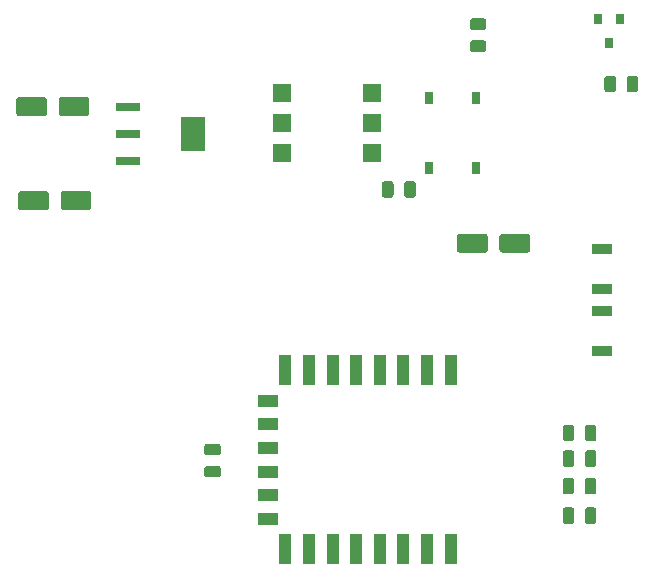
<source format=gbr>
G04 #@! TF.GenerationSoftware,KiCad,Pcbnew,(5.1.5)-3*
G04 #@! TF.CreationDate,2020-09-11T10:44:40-03:00*
G04 #@! TF.ProjectId,HomeTron(kicad),486f6d65-5472-46f6-9e28-6b6963616429,rev?*
G04 #@! TF.SameCoordinates,Original*
G04 #@! TF.FileFunction,Paste,Bot*
G04 #@! TF.FilePolarity,Positive*
%FSLAX46Y46*%
G04 Gerber Fmt 4.6, Leading zero omitted, Abs format (unit mm)*
G04 Created by KiCad (PCBNEW (5.1.5)-3) date 2020-09-11 10:44:40*
%MOMM*%
%LPD*%
G04 APERTURE LIST*
%ADD10R,1.700000X0.900000*%
%ADD11R,1.600000X1.600000*%
%ADD12R,2.000000X3.000000*%
%ADD13R,2.000000X0.750000*%
%ADD14R,1.000000X2.500000*%
%ADD15R,1.800000X1.000000*%
%ADD16C,0.100000*%
%ADD17R,0.800000X0.900000*%
%ADD18R,0.700000X1.000000*%
G04 APERTURE END LIST*
D10*
X64109600Y-37463200D03*
X64109600Y-34063200D03*
X64109600Y-39300680D03*
X64109600Y-42700680D03*
D11*
X37020500Y-20853400D03*
X44640500Y-25933400D03*
X37020500Y-23393400D03*
X44640500Y-23393400D03*
X37020500Y-25933400D03*
X44640500Y-20853400D03*
D12*
X29448000Y-24296300D03*
D13*
X23998000Y-21996300D03*
X23998000Y-24296300D03*
X23998000Y-26596300D03*
D14*
X51290100Y-44279500D03*
X49290100Y-44279500D03*
X47290100Y-44279500D03*
X45290100Y-44279500D03*
X43290100Y-44279500D03*
X41290100Y-44279500D03*
X39290100Y-44279500D03*
X37290100Y-44279500D03*
D15*
X35790100Y-46879500D03*
X35790100Y-48879500D03*
X35790100Y-50879500D03*
X35790100Y-52879500D03*
X35790100Y-54879500D03*
X35790100Y-56879500D03*
D14*
X37290100Y-59479500D03*
X39290100Y-59479500D03*
X41290100Y-59479500D03*
X43290100Y-59479500D03*
X45290100Y-59479500D03*
X47290100Y-59479500D03*
X49290100Y-59479500D03*
X51290100Y-59479500D03*
D16*
G36*
X61534742Y-48920074D02*
G01*
X61558403Y-48923584D01*
X61581607Y-48929396D01*
X61604129Y-48937454D01*
X61625753Y-48947682D01*
X61646270Y-48959979D01*
X61665483Y-48974229D01*
X61683207Y-48990293D01*
X61699271Y-49008017D01*
X61713521Y-49027230D01*
X61725818Y-49047747D01*
X61736046Y-49069371D01*
X61744104Y-49091893D01*
X61749916Y-49115097D01*
X61753426Y-49138758D01*
X61754600Y-49162650D01*
X61754600Y-50075150D01*
X61753426Y-50099042D01*
X61749916Y-50122703D01*
X61744104Y-50145907D01*
X61736046Y-50168429D01*
X61725818Y-50190053D01*
X61713521Y-50210570D01*
X61699271Y-50229783D01*
X61683207Y-50247507D01*
X61665483Y-50263571D01*
X61646270Y-50277821D01*
X61625753Y-50290118D01*
X61604129Y-50300346D01*
X61581607Y-50308404D01*
X61558403Y-50314216D01*
X61534742Y-50317726D01*
X61510850Y-50318900D01*
X61023350Y-50318900D01*
X60999458Y-50317726D01*
X60975797Y-50314216D01*
X60952593Y-50308404D01*
X60930071Y-50300346D01*
X60908447Y-50290118D01*
X60887930Y-50277821D01*
X60868717Y-50263571D01*
X60850993Y-50247507D01*
X60834929Y-50229783D01*
X60820679Y-50210570D01*
X60808382Y-50190053D01*
X60798154Y-50168429D01*
X60790096Y-50145907D01*
X60784284Y-50122703D01*
X60780774Y-50099042D01*
X60779600Y-50075150D01*
X60779600Y-49162650D01*
X60780774Y-49138758D01*
X60784284Y-49115097D01*
X60790096Y-49091893D01*
X60798154Y-49069371D01*
X60808382Y-49047747D01*
X60820679Y-49027230D01*
X60834929Y-49008017D01*
X60850993Y-48990293D01*
X60868717Y-48974229D01*
X60887930Y-48959979D01*
X60908447Y-48947682D01*
X60930071Y-48937454D01*
X60952593Y-48929396D01*
X60975797Y-48923584D01*
X60999458Y-48920074D01*
X61023350Y-48918900D01*
X61510850Y-48918900D01*
X61534742Y-48920074D01*
G37*
G36*
X63409742Y-48920074D02*
G01*
X63433403Y-48923584D01*
X63456607Y-48929396D01*
X63479129Y-48937454D01*
X63500753Y-48947682D01*
X63521270Y-48959979D01*
X63540483Y-48974229D01*
X63558207Y-48990293D01*
X63574271Y-49008017D01*
X63588521Y-49027230D01*
X63600818Y-49047747D01*
X63611046Y-49069371D01*
X63619104Y-49091893D01*
X63624916Y-49115097D01*
X63628426Y-49138758D01*
X63629600Y-49162650D01*
X63629600Y-50075150D01*
X63628426Y-50099042D01*
X63624916Y-50122703D01*
X63619104Y-50145907D01*
X63611046Y-50168429D01*
X63600818Y-50190053D01*
X63588521Y-50210570D01*
X63574271Y-50229783D01*
X63558207Y-50247507D01*
X63540483Y-50263571D01*
X63521270Y-50277821D01*
X63500753Y-50290118D01*
X63479129Y-50300346D01*
X63456607Y-50308404D01*
X63433403Y-50314216D01*
X63409742Y-50317726D01*
X63385850Y-50318900D01*
X62898350Y-50318900D01*
X62874458Y-50317726D01*
X62850797Y-50314216D01*
X62827593Y-50308404D01*
X62805071Y-50300346D01*
X62783447Y-50290118D01*
X62762930Y-50277821D01*
X62743717Y-50263571D01*
X62725993Y-50247507D01*
X62709929Y-50229783D01*
X62695679Y-50210570D01*
X62683382Y-50190053D01*
X62673154Y-50168429D01*
X62665096Y-50145907D01*
X62659284Y-50122703D01*
X62655774Y-50099042D01*
X62654600Y-50075150D01*
X62654600Y-49162650D01*
X62655774Y-49138758D01*
X62659284Y-49115097D01*
X62665096Y-49091893D01*
X62673154Y-49069371D01*
X62683382Y-49047747D01*
X62695679Y-49027230D01*
X62709929Y-49008017D01*
X62725993Y-48990293D01*
X62743717Y-48974229D01*
X62762930Y-48959979D01*
X62783447Y-48947682D01*
X62805071Y-48937454D01*
X62827593Y-48929396D01*
X62850797Y-48923584D01*
X62874458Y-48920074D01*
X62898350Y-48918900D01*
X63385850Y-48918900D01*
X63409742Y-48920074D01*
G37*
G36*
X46231242Y-28295274D02*
G01*
X46254903Y-28298784D01*
X46278107Y-28304596D01*
X46300629Y-28312654D01*
X46322253Y-28322882D01*
X46342770Y-28335179D01*
X46361983Y-28349429D01*
X46379707Y-28365493D01*
X46395771Y-28383217D01*
X46410021Y-28402430D01*
X46422318Y-28422947D01*
X46432546Y-28444571D01*
X46440604Y-28467093D01*
X46446416Y-28490297D01*
X46449926Y-28513958D01*
X46451100Y-28537850D01*
X46451100Y-29450350D01*
X46449926Y-29474242D01*
X46446416Y-29497903D01*
X46440604Y-29521107D01*
X46432546Y-29543629D01*
X46422318Y-29565253D01*
X46410021Y-29585770D01*
X46395771Y-29604983D01*
X46379707Y-29622707D01*
X46361983Y-29638771D01*
X46342770Y-29653021D01*
X46322253Y-29665318D01*
X46300629Y-29675546D01*
X46278107Y-29683604D01*
X46254903Y-29689416D01*
X46231242Y-29692926D01*
X46207350Y-29694100D01*
X45719850Y-29694100D01*
X45695958Y-29692926D01*
X45672297Y-29689416D01*
X45649093Y-29683604D01*
X45626571Y-29675546D01*
X45604947Y-29665318D01*
X45584430Y-29653021D01*
X45565217Y-29638771D01*
X45547493Y-29622707D01*
X45531429Y-29604983D01*
X45517179Y-29585770D01*
X45504882Y-29565253D01*
X45494654Y-29543629D01*
X45486596Y-29521107D01*
X45480784Y-29497903D01*
X45477274Y-29474242D01*
X45476100Y-29450350D01*
X45476100Y-28537850D01*
X45477274Y-28513958D01*
X45480784Y-28490297D01*
X45486596Y-28467093D01*
X45494654Y-28444571D01*
X45504882Y-28422947D01*
X45517179Y-28402430D01*
X45531429Y-28383217D01*
X45547493Y-28365493D01*
X45565217Y-28349429D01*
X45584430Y-28335179D01*
X45604947Y-28322882D01*
X45626571Y-28312654D01*
X45649093Y-28304596D01*
X45672297Y-28298784D01*
X45695958Y-28295274D01*
X45719850Y-28294100D01*
X46207350Y-28294100D01*
X46231242Y-28295274D01*
G37*
G36*
X48106242Y-28295274D02*
G01*
X48129903Y-28298784D01*
X48153107Y-28304596D01*
X48175629Y-28312654D01*
X48197253Y-28322882D01*
X48217770Y-28335179D01*
X48236983Y-28349429D01*
X48254707Y-28365493D01*
X48270771Y-28383217D01*
X48285021Y-28402430D01*
X48297318Y-28422947D01*
X48307546Y-28444571D01*
X48315604Y-28467093D01*
X48321416Y-28490297D01*
X48324926Y-28513958D01*
X48326100Y-28537850D01*
X48326100Y-29450350D01*
X48324926Y-29474242D01*
X48321416Y-29497903D01*
X48315604Y-29521107D01*
X48307546Y-29543629D01*
X48297318Y-29565253D01*
X48285021Y-29585770D01*
X48270771Y-29604983D01*
X48254707Y-29622707D01*
X48236983Y-29638771D01*
X48217770Y-29653021D01*
X48197253Y-29665318D01*
X48175629Y-29675546D01*
X48153107Y-29683604D01*
X48129903Y-29689416D01*
X48106242Y-29692926D01*
X48082350Y-29694100D01*
X47594850Y-29694100D01*
X47570958Y-29692926D01*
X47547297Y-29689416D01*
X47524093Y-29683604D01*
X47501571Y-29675546D01*
X47479947Y-29665318D01*
X47459430Y-29653021D01*
X47440217Y-29638771D01*
X47422493Y-29622707D01*
X47406429Y-29604983D01*
X47392179Y-29585770D01*
X47379882Y-29565253D01*
X47369654Y-29543629D01*
X47361596Y-29521107D01*
X47355784Y-29497903D01*
X47352274Y-29474242D01*
X47351100Y-29450350D01*
X47351100Y-28537850D01*
X47352274Y-28513958D01*
X47355784Y-28490297D01*
X47361596Y-28467093D01*
X47369654Y-28444571D01*
X47379882Y-28422947D01*
X47392179Y-28402430D01*
X47406429Y-28383217D01*
X47422493Y-28365493D01*
X47440217Y-28349429D01*
X47459430Y-28335179D01*
X47479947Y-28322882D01*
X47501571Y-28312654D01*
X47524093Y-28304596D01*
X47547297Y-28298784D01*
X47570958Y-28295274D01*
X47594850Y-28294100D01*
X48082350Y-28294100D01*
X48106242Y-28295274D01*
G37*
G36*
X65060262Y-19387494D02*
G01*
X65083923Y-19391004D01*
X65107127Y-19396816D01*
X65129649Y-19404874D01*
X65151273Y-19415102D01*
X65171790Y-19427399D01*
X65191003Y-19441649D01*
X65208727Y-19457713D01*
X65224791Y-19475437D01*
X65239041Y-19494650D01*
X65251338Y-19515167D01*
X65261566Y-19536791D01*
X65269624Y-19559313D01*
X65275436Y-19582517D01*
X65278946Y-19606178D01*
X65280120Y-19630070D01*
X65280120Y-20542570D01*
X65278946Y-20566462D01*
X65275436Y-20590123D01*
X65269624Y-20613327D01*
X65261566Y-20635849D01*
X65251338Y-20657473D01*
X65239041Y-20677990D01*
X65224791Y-20697203D01*
X65208727Y-20714927D01*
X65191003Y-20730991D01*
X65171790Y-20745241D01*
X65151273Y-20757538D01*
X65129649Y-20767766D01*
X65107127Y-20775824D01*
X65083923Y-20781636D01*
X65060262Y-20785146D01*
X65036370Y-20786320D01*
X64548870Y-20786320D01*
X64524978Y-20785146D01*
X64501317Y-20781636D01*
X64478113Y-20775824D01*
X64455591Y-20767766D01*
X64433967Y-20757538D01*
X64413450Y-20745241D01*
X64394237Y-20730991D01*
X64376513Y-20714927D01*
X64360449Y-20697203D01*
X64346199Y-20677990D01*
X64333902Y-20657473D01*
X64323674Y-20635849D01*
X64315616Y-20613327D01*
X64309804Y-20590123D01*
X64306294Y-20566462D01*
X64305120Y-20542570D01*
X64305120Y-19630070D01*
X64306294Y-19606178D01*
X64309804Y-19582517D01*
X64315616Y-19559313D01*
X64323674Y-19536791D01*
X64333902Y-19515167D01*
X64346199Y-19494650D01*
X64360449Y-19475437D01*
X64376513Y-19457713D01*
X64394237Y-19441649D01*
X64413450Y-19427399D01*
X64433967Y-19415102D01*
X64455591Y-19404874D01*
X64478113Y-19396816D01*
X64501317Y-19391004D01*
X64524978Y-19387494D01*
X64548870Y-19386320D01*
X65036370Y-19386320D01*
X65060262Y-19387494D01*
G37*
G36*
X66935262Y-19387494D02*
G01*
X66958923Y-19391004D01*
X66982127Y-19396816D01*
X67004649Y-19404874D01*
X67026273Y-19415102D01*
X67046790Y-19427399D01*
X67066003Y-19441649D01*
X67083727Y-19457713D01*
X67099791Y-19475437D01*
X67114041Y-19494650D01*
X67126338Y-19515167D01*
X67136566Y-19536791D01*
X67144624Y-19559313D01*
X67150436Y-19582517D01*
X67153946Y-19606178D01*
X67155120Y-19630070D01*
X67155120Y-20542570D01*
X67153946Y-20566462D01*
X67150436Y-20590123D01*
X67144624Y-20613327D01*
X67136566Y-20635849D01*
X67126338Y-20657473D01*
X67114041Y-20677990D01*
X67099791Y-20697203D01*
X67083727Y-20714927D01*
X67066003Y-20730991D01*
X67046790Y-20745241D01*
X67026273Y-20757538D01*
X67004649Y-20767766D01*
X66982127Y-20775824D01*
X66958923Y-20781636D01*
X66935262Y-20785146D01*
X66911370Y-20786320D01*
X66423870Y-20786320D01*
X66399978Y-20785146D01*
X66376317Y-20781636D01*
X66353113Y-20775824D01*
X66330591Y-20767766D01*
X66308967Y-20757538D01*
X66288450Y-20745241D01*
X66269237Y-20730991D01*
X66251513Y-20714927D01*
X66235449Y-20697203D01*
X66221199Y-20677990D01*
X66208902Y-20657473D01*
X66198674Y-20635849D01*
X66190616Y-20613327D01*
X66184804Y-20590123D01*
X66181294Y-20566462D01*
X66180120Y-20542570D01*
X66180120Y-19630070D01*
X66181294Y-19606178D01*
X66184804Y-19582517D01*
X66190616Y-19559313D01*
X66198674Y-19536791D01*
X66208902Y-19515167D01*
X66221199Y-19494650D01*
X66235449Y-19475437D01*
X66251513Y-19457713D01*
X66269237Y-19441649D01*
X66288450Y-19427399D01*
X66308967Y-19415102D01*
X66330591Y-19404874D01*
X66353113Y-19396816D01*
X66376317Y-19391004D01*
X66399978Y-19387494D01*
X66423870Y-19386320D01*
X66911370Y-19386320D01*
X66935262Y-19387494D01*
G37*
G36*
X63409742Y-51079074D02*
G01*
X63433403Y-51082584D01*
X63456607Y-51088396D01*
X63479129Y-51096454D01*
X63500753Y-51106682D01*
X63521270Y-51118979D01*
X63540483Y-51133229D01*
X63558207Y-51149293D01*
X63574271Y-51167017D01*
X63588521Y-51186230D01*
X63600818Y-51206747D01*
X63611046Y-51228371D01*
X63619104Y-51250893D01*
X63624916Y-51274097D01*
X63628426Y-51297758D01*
X63629600Y-51321650D01*
X63629600Y-52234150D01*
X63628426Y-52258042D01*
X63624916Y-52281703D01*
X63619104Y-52304907D01*
X63611046Y-52327429D01*
X63600818Y-52349053D01*
X63588521Y-52369570D01*
X63574271Y-52388783D01*
X63558207Y-52406507D01*
X63540483Y-52422571D01*
X63521270Y-52436821D01*
X63500753Y-52449118D01*
X63479129Y-52459346D01*
X63456607Y-52467404D01*
X63433403Y-52473216D01*
X63409742Y-52476726D01*
X63385850Y-52477900D01*
X62898350Y-52477900D01*
X62874458Y-52476726D01*
X62850797Y-52473216D01*
X62827593Y-52467404D01*
X62805071Y-52459346D01*
X62783447Y-52449118D01*
X62762930Y-52436821D01*
X62743717Y-52422571D01*
X62725993Y-52406507D01*
X62709929Y-52388783D01*
X62695679Y-52369570D01*
X62683382Y-52349053D01*
X62673154Y-52327429D01*
X62665096Y-52304907D01*
X62659284Y-52281703D01*
X62655774Y-52258042D01*
X62654600Y-52234150D01*
X62654600Y-51321650D01*
X62655774Y-51297758D01*
X62659284Y-51274097D01*
X62665096Y-51250893D01*
X62673154Y-51228371D01*
X62683382Y-51206747D01*
X62695679Y-51186230D01*
X62709929Y-51167017D01*
X62725993Y-51149293D01*
X62743717Y-51133229D01*
X62762930Y-51118979D01*
X62783447Y-51106682D01*
X62805071Y-51096454D01*
X62827593Y-51088396D01*
X62850797Y-51082584D01*
X62874458Y-51079074D01*
X62898350Y-51077900D01*
X63385850Y-51077900D01*
X63409742Y-51079074D01*
G37*
G36*
X61534742Y-51079074D02*
G01*
X61558403Y-51082584D01*
X61581607Y-51088396D01*
X61604129Y-51096454D01*
X61625753Y-51106682D01*
X61646270Y-51118979D01*
X61665483Y-51133229D01*
X61683207Y-51149293D01*
X61699271Y-51167017D01*
X61713521Y-51186230D01*
X61725818Y-51206747D01*
X61736046Y-51228371D01*
X61744104Y-51250893D01*
X61749916Y-51274097D01*
X61753426Y-51297758D01*
X61754600Y-51321650D01*
X61754600Y-52234150D01*
X61753426Y-52258042D01*
X61749916Y-52281703D01*
X61744104Y-52304907D01*
X61736046Y-52327429D01*
X61725818Y-52349053D01*
X61713521Y-52369570D01*
X61699271Y-52388783D01*
X61683207Y-52406507D01*
X61665483Y-52422571D01*
X61646270Y-52436821D01*
X61625753Y-52449118D01*
X61604129Y-52459346D01*
X61581607Y-52467404D01*
X61558403Y-52473216D01*
X61534742Y-52476726D01*
X61510850Y-52477900D01*
X61023350Y-52477900D01*
X60999458Y-52476726D01*
X60975797Y-52473216D01*
X60952593Y-52467404D01*
X60930071Y-52459346D01*
X60908447Y-52449118D01*
X60887930Y-52436821D01*
X60868717Y-52422571D01*
X60850993Y-52406507D01*
X60834929Y-52388783D01*
X60820679Y-52369570D01*
X60808382Y-52349053D01*
X60798154Y-52327429D01*
X60790096Y-52304907D01*
X60784284Y-52281703D01*
X60780774Y-52258042D01*
X60779600Y-52234150D01*
X60779600Y-51321650D01*
X60780774Y-51297758D01*
X60784284Y-51274097D01*
X60790096Y-51250893D01*
X60798154Y-51228371D01*
X60808382Y-51206747D01*
X60820679Y-51186230D01*
X60834929Y-51167017D01*
X60850993Y-51149293D01*
X60868717Y-51133229D01*
X60887930Y-51118979D01*
X60908447Y-51106682D01*
X60930071Y-51096454D01*
X60952593Y-51088396D01*
X60975797Y-51082584D01*
X60999458Y-51079074D01*
X61023350Y-51077900D01*
X61510850Y-51077900D01*
X61534742Y-51079074D01*
G37*
G36*
X31607842Y-52406874D02*
G01*
X31631503Y-52410384D01*
X31654707Y-52416196D01*
X31677229Y-52424254D01*
X31698853Y-52434482D01*
X31719370Y-52446779D01*
X31738583Y-52461029D01*
X31756307Y-52477093D01*
X31772371Y-52494817D01*
X31786621Y-52514030D01*
X31798918Y-52534547D01*
X31809146Y-52556171D01*
X31817204Y-52578693D01*
X31823016Y-52601897D01*
X31826526Y-52625558D01*
X31827700Y-52649450D01*
X31827700Y-53136950D01*
X31826526Y-53160842D01*
X31823016Y-53184503D01*
X31817204Y-53207707D01*
X31809146Y-53230229D01*
X31798918Y-53251853D01*
X31786621Y-53272370D01*
X31772371Y-53291583D01*
X31756307Y-53309307D01*
X31738583Y-53325371D01*
X31719370Y-53339621D01*
X31698853Y-53351918D01*
X31677229Y-53362146D01*
X31654707Y-53370204D01*
X31631503Y-53376016D01*
X31607842Y-53379526D01*
X31583950Y-53380700D01*
X30671450Y-53380700D01*
X30647558Y-53379526D01*
X30623897Y-53376016D01*
X30600693Y-53370204D01*
X30578171Y-53362146D01*
X30556547Y-53351918D01*
X30536030Y-53339621D01*
X30516817Y-53325371D01*
X30499093Y-53309307D01*
X30483029Y-53291583D01*
X30468779Y-53272370D01*
X30456482Y-53251853D01*
X30446254Y-53230229D01*
X30438196Y-53207707D01*
X30432384Y-53184503D01*
X30428874Y-53160842D01*
X30427700Y-53136950D01*
X30427700Y-52649450D01*
X30428874Y-52625558D01*
X30432384Y-52601897D01*
X30438196Y-52578693D01*
X30446254Y-52556171D01*
X30456482Y-52534547D01*
X30468779Y-52514030D01*
X30483029Y-52494817D01*
X30499093Y-52477093D01*
X30516817Y-52461029D01*
X30536030Y-52446779D01*
X30556547Y-52434482D01*
X30578171Y-52424254D01*
X30600693Y-52416196D01*
X30623897Y-52410384D01*
X30647558Y-52406874D01*
X30671450Y-52405700D01*
X31583950Y-52405700D01*
X31607842Y-52406874D01*
G37*
G36*
X31607842Y-50531874D02*
G01*
X31631503Y-50535384D01*
X31654707Y-50541196D01*
X31677229Y-50549254D01*
X31698853Y-50559482D01*
X31719370Y-50571779D01*
X31738583Y-50586029D01*
X31756307Y-50602093D01*
X31772371Y-50619817D01*
X31786621Y-50639030D01*
X31798918Y-50659547D01*
X31809146Y-50681171D01*
X31817204Y-50703693D01*
X31823016Y-50726897D01*
X31826526Y-50750558D01*
X31827700Y-50774450D01*
X31827700Y-51261950D01*
X31826526Y-51285842D01*
X31823016Y-51309503D01*
X31817204Y-51332707D01*
X31809146Y-51355229D01*
X31798918Y-51376853D01*
X31786621Y-51397370D01*
X31772371Y-51416583D01*
X31756307Y-51434307D01*
X31738583Y-51450371D01*
X31719370Y-51464621D01*
X31698853Y-51476918D01*
X31677229Y-51487146D01*
X31654707Y-51495204D01*
X31631503Y-51501016D01*
X31607842Y-51504526D01*
X31583950Y-51505700D01*
X30671450Y-51505700D01*
X30647558Y-51504526D01*
X30623897Y-51501016D01*
X30600693Y-51495204D01*
X30578171Y-51487146D01*
X30556547Y-51476918D01*
X30536030Y-51464621D01*
X30516817Y-51450371D01*
X30499093Y-51434307D01*
X30483029Y-51416583D01*
X30468779Y-51397370D01*
X30456482Y-51376853D01*
X30446254Y-51355229D01*
X30438196Y-51332707D01*
X30432384Y-51309503D01*
X30428874Y-51285842D01*
X30427700Y-51261950D01*
X30427700Y-50774450D01*
X30428874Y-50750558D01*
X30432384Y-50726897D01*
X30438196Y-50703693D01*
X30446254Y-50681171D01*
X30456482Y-50659547D01*
X30468779Y-50639030D01*
X30483029Y-50619817D01*
X30499093Y-50602093D01*
X30516817Y-50586029D01*
X30536030Y-50571779D01*
X30556547Y-50559482D01*
X30578171Y-50549254D01*
X30600693Y-50541196D01*
X30623897Y-50535384D01*
X30647558Y-50531874D01*
X30671450Y-50530700D01*
X31583950Y-50530700D01*
X31607842Y-50531874D01*
G37*
G36*
X63397042Y-53415874D02*
G01*
X63420703Y-53419384D01*
X63443907Y-53425196D01*
X63466429Y-53433254D01*
X63488053Y-53443482D01*
X63508570Y-53455779D01*
X63527783Y-53470029D01*
X63545507Y-53486093D01*
X63561571Y-53503817D01*
X63575821Y-53523030D01*
X63588118Y-53543547D01*
X63598346Y-53565171D01*
X63606404Y-53587693D01*
X63612216Y-53610897D01*
X63615726Y-53634558D01*
X63616900Y-53658450D01*
X63616900Y-54570950D01*
X63615726Y-54594842D01*
X63612216Y-54618503D01*
X63606404Y-54641707D01*
X63598346Y-54664229D01*
X63588118Y-54685853D01*
X63575821Y-54706370D01*
X63561571Y-54725583D01*
X63545507Y-54743307D01*
X63527783Y-54759371D01*
X63508570Y-54773621D01*
X63488053Y-54785918D01*
X63466429Y-54796146D01*
X63443907Y-54804204D01*
X63420703Y-54810016D01*
X63397042Y-54813526D01*
X63373150Y-54814700D01*
X62885650Y-54814700D01*
X62861758Y-54813526D01*
X62838097Y-54810016D01*
X62814893Y-54804204D01*
X62792371Y-54796146D01*
X62770747Y-54785918D01*
X62750230Y-54773621D01*
X62731017Y-54759371D01*
X62713293Y-54743307D01*
X62697229Y-54725583D01*
X62682979Y-54706370D01*
X62670682Y-54685853D01*
X62660454Y-54664229D01*
X62652396Y-54641707D01*
X62646584Y-54618503D01*
X62643074Y-54594842D01*
X62641900Y-54570950D01*
X62641900Y-53658450D01*
X62643074Y-53634558D01*
X62646584Y-53610897D01*
X62652396Y-53587693D01*
X62660454Y-53565171D01*
X62670682Y-53543547D01*
X62682979Y-53523030D01*
X62697229Y-53503817D01*
X62713293Y-53486093D01*
X62731017Y-53470029D01*
X62750230Y-53455779D01*
X62770747Y-53443482D01*
X62792371Y-53433254D01*
X62814893Y-53425196D01*
X62838097Y-53419384D01*
X62861758Y-53415874D01*
X62885650Y-53414700D01*
X63373150Y-53414700D01*
X63397042Y-53415874D01*
G37*
G36*
X61522042Y-53415874D02*
G01*
X61545703Y-53419384D01*
X61568907Y-53425196D01*
X61591429Y-53433254D01*
X61613053Y-53443482D01*
X61633570Y-53455779D01*
X61652783Y-53470029D01*
X61670507Y-53486093D01*
X61686571Y-53503817D01*
X61700821Y-53523030D01*
X61713118Y-53543547D01*
X61723346Y-53565171D01*
X61731404Y-53587693D01*
X61737216Y-53610897D01*
X61740726Y-53634558D01*
X61741900Y-53658450D01*
X61741900Y-54570950D01*
X61740726Y-54594842D01*
X61737216Y-54618503D01*
X61731404Y-54641707D01*
X61723346Y-54664229D01*
X61713118Y-54685853D01*
X61700821Y-54706370D01*
X61686571Y-54725583D01*
X61670507Y-54743307D01*
X61652783Y-54759371D01*
X61633570Y-54773621D01*
X61613053Y-54785918D01*
X61591429Y-54796146D01*
X61568907Y-54804204D01*
X61545703Y-54810016D01*
X61522042Y-54813526D01*
X61498150Y-54814700D01*
X61010650Y-54814700D01*
X60986758Y-54813526D01*
X60963097Y-54810016D01*
X60939893Y-54804204D01*
X60917371Y-54796146D01*
X60895747Y-54785918D01*
X60875230Y-54773621D01*
X60856017Y-54759371D01*
X60838293Y-54743307D01*
X60822229Y-54725583D01*
X60807979Y-54706370D01*
X60795682Y-54685853D01*
X60785454Y-54664229D01*
X60777396Y-54641707D01*
X60771584Y-54618503D01*
X60768074Y-54594842D01*
X60766900Y-54570950D01*
X60766900Y-53658450D01*
X60768074Y-53634558D01*
X60771584Y-53610897D01*
X60777396Y-53587693D01*
X60785454Y-53565171D01*
X60795682Y-53543547D01*
X60807979Y-53523030D01*
X60822229Y-53503817D01*
X60838293Y-53486093D01*
X60856017Y-53470029D01*
X60875230Y-53455779D01*
X60895747Y-53443482D01*
X60917371Y-53433254D01*
X60939893Y-53425196D01*
X60963097Y-53419384D01*
X60986758Y-53415874D01*
X61010650Y-53414700D01*
X61498150Y-53414700D01*
X61522042Y-53415874D01*
G37*
G36*
X63409742Y-55917774D02*
G01*
X63433403Y-55921284D01*
X63456607Y-55927096D01*
X63479129Y-55935154D01*
X63500753Y-55945382D01*
X63521270Y-55957679D01*
X63540483Y-55971929D01*
X63558207Y-55987993D01*
X63574271Y-56005717D01*
X63588521Y-56024930D01*
X63600818Y-56045447D01*
X63611046Y-56067071D01*
X63619104Y-56089593D01*
X63624916Y-56112797D01*
X63628426Y-56136458D01*
X63629600Y-56160350D01*
X63629600Y-57072850D01*
X63628426Y-57096742D01*
X63624916Y-57120403D01*
X63619104Y-57143607D01*
X63611046Y-57166129D01*
X63600818Y-57187753D01*
X63588521Y-57208270D01*
X63574271Y-57227483D01*
X63558207Y-57245207D01*
X63540483Y-57261271D01*
X63521270Y-57275521D01*
X63500753Y-57287818D01*
X63479129Y-57298046D01*
X63456607Y-57306104D01*
X63433403Y-57311916D01*
X63409742Y-57315426D01*
X63385850Y-57316600D01*
X62898350Y-57316600D01*
X62874458Y-57315426D01*
X62850797Y-57311916D01*
X62827593Y-57306104D01*
X62805071Y-57298046D01*
X62783447Y-57287818D01*
X62762930Y-57275521D01*
X62743717Y-57261271D01*
X62725993Y-57245207D01*
X62709929Y-57227483D01*
X62695679Y-57208270D01*
X62683382Y-57187753D01*
X62673154Y-57166129D01*
X62665096Y-57143607D01*
X62659284Y-57120403D01*
X62655774Y-57096742D01*
X62654600Y-57072850D01*
X62654600Y-56160350D01*
X62655774Y-56136458D01*
X62659284Y-56112797D01*
X62665096Y-56089593D01*
X62673154Y-56067071D01*
X62683382Y-56045447D01*
X62695679Y-56024930D01*
X62709929Y-56005717D01*
X62725993Y-55987993D01*
X62743717Y-55971929D01*
X62762930Y-55957679D01*
X62783447Y-55945382D01*
X62805071Y-55935154D01*
X62827593Y-55927096D01*
X62850797Y-55921284D01*
X62874458Y-55917774D01*
X62898350Y-55916600D01*
X63385850Y-55916600D01*
X63409742Y-55917774D01*
G37*
G36*
X61534742Y-55917774D02*
G01*
X61558403Y-55921284D01*
X61581607Y-55927096D01*
X61604129Y-55935154D01*
X61625753Y-55945382D01*
X61646270Y-55957679D01*
X61665483Y-55971929D01*
X61683207Y-55987993D01*
X61699271Y-56005717D01*
X61713521Y-56024930D01*
X61725818Y-56045447D01*
X61736046Y-56067071D01*
X61744104Y-56089593D01*
X61749916Y-56112797D01*
X61753426Y-56136458D01*
X61754600Y-56160350D01*
X61754600Y-57072850D01*
X61753426Y-57096742D01*
X61749916Y-57120403D01*
X61744104Y-57143607D01*
X61736046Y-57166129D01*
X61725818Y-57187753D01*
X61713521Y-57208270D01*
X61699271Y-57227483D01*
X61683207Y-57245207D01*
X61665483Y-57261271D01*
X61646270Y-57275521D01*
X61625753Y-57287818D01*
X61604129Y-57298046D01*
X61581607Y-57306104D01*
X61558403Y-57311916D01*
X61534742Y-57315426D01*
X61510850Y-57316600D01*
X61023350Y-57316600D01*
X60999458Y-57315426D01*
X60975797Y-57311916D01*
X60952593Y-57306104D01*
X60930071Y-57298046D01*
X60908447Y-57287818D01*
X60887930Y-57275521D01*
X60868717Y-57261271D01*
X60850993Y-57245207D01*
X60834929Y-57227483D01*
X60820679Y-57208270D01*
X60808382Y-57187753D01*
X60798154Y-57166129D01*
X60790096Y-57143607D01*
X60784284Y-57120403D01*
X60780774Y-57096742D01*
X60779600Y-57072850D01*
X60779600Y-56160350D01*
X60780774Y-56136458D01*
X60784284Y-56112797D01*
X60790096Y-56089593D01*
X60798154Y-56067071D01*
X60808382Y-56045447D01*
X60820679Y-56024930D01*
X60834929Y-56005717D01*
X60850993Y-55987993D01*
X60868717Y-55971929D01*
X60887930Y-55957679D01*
X60908447Y-55945382D01*
X60930071Y-55935154D01*
X60952593Y-55927096D01*
X60975797Y-55921284D01*
X60999458Y-55917774D01*
X61023350Y-55916600D01*
X61510850Y-55916600D01*
X61534742Y-55917774D01*
G37*
D17*
X64673480Y-16580360D03*
X65623480Y-14580360D03*
X63723480Y-14580360D03*
D18*
X53447700Y-21269300D03*
X49447700Y-21269300D03*
X49447700Y-27219300D03*
X53447700Y-27219300D03*
D16*
G36*
X54099542Y-16382054D02*
G01*
X54123203Y-16385564D01*
X54146407Y-16391376D01*
X54168929Y-16399434D01*
X54190553Y-16409662D01*
X54211070Y-16421959D01*
X54230283Y-16436209D01*
X54248007Y-16452273D01*
X54264071Y-16469997D01*
X54278321Y-16489210D01*
X54290618Y-16509727D01*
X54300846Y-16531351D01*
X54308904Y-16553873D01*
X54314716Y-16577077D01*
X54318226Y-16600738D01*
X54319400Y-16624630D01*
X54319400Y-17112130D01*
X54318226Y-17136022D01*
X54314716Y-17159683D01*
X54308904Y-17182887D01*
X54300846Y-17205409D01*
X54290618Y-17227033D01*
X54278321Y-17247550D01*
X54264071Y-17266763D01*
X54248007Y-17284487D01*
X54230283Y-17300551D01*
X54211070Y-17314801D01*
X54190553Y-17327098D01*
X54168929Y-17337326D01*
X54146407Y-17345384D01*
X54123203Y-17351196D01*
X54099542Y-17354706D01*
X54075650Y-17355880D01*
X53163150Y-17355880D01*
X53139258Y-17354706D01*
X53115597Y-17351196D01*
X53092393Y-17345384D01*
X53069871Y-17337326D01*
X53048247Y-17327098D01*
X53027730Y-17314801D01*
X53008517Y-17300551D01*
X52990793Y-17284487D01*
X52974729Y-17266763D01*
X52960479Y-17247550D01*
X52948182Y-17227033D01*
X52937954Y-17205409D01*
X52929896Y-17182887D01*
X52924084Y-17159683D01*
X52920574Y-17136022D01*
X52919400Y-17112130D01*
X52919400Y-16624630D01*
X52920574Y-16600738D01*
X52924084Y-16577077D01*
X52929896Y-16553873D01*
X52937954Y-16531351D01*
X52948182Y-16509727D01*
X52960479Y-16489210D01*
X52974729Y-16469997D01*
X52990793Y-16452273D01*
X53008517Y-16436209D01*
X53027730Y-16421959D01*
X53048247Y-16409662D01*
X53069871Y-16399434D01*
X53092393Y-16391376D01*
X53115597Y-16385564D01*
X53139258Y-16382054D01*
X53163150Y-16380880D01*
X54075650Y-16380880D01*
X54099542Y-16382054D01*
G37*
G36*
X54099542Y-14507054D02*
G01*
X54123203Y-14510564D01*
X54146407Y-14516376D01*
X54168929Y-14524434D01*
X54190553Y-14534662D01*
X54211070Y-14546959D01*
X54230283Y-14561209D01*
X54248007Y-14577273D01*
X54264071Y-14594997D01*
X54278321Y-14614210D01*
X54290618Y-14634727D01*
X54300846Y-14656351D01*
X54308904Y-14678873D01*
X54314716Y-14702077D01*
X54318226Y-14725738D01*
X54319400Y-14749630D01*
X54319400Y-15237130D01*
X54318226Y-15261022D01*
X54314716Y-15284683D01*
X54308904Y-15307887D01*
X54300846Y-15330409D01*
X54290618Y-15352033D01*
X54278321Y-15372550D01*
X54264071Y-15391763D01*
X54248007Y-15409487D01*
X54230283Y-15425551D01*
X54211070Y-15439801D01*
X54190553Y-15452098D01*
X54168929Y-15462326D01*
X54146407Y-15470384D01*
X54123203Y-15476196D01*
X54099542Y-15479706D01*
X54075650Y-15480880D01*
X53163150Y-15480880D01*
X53139258Y-15479706D01*
X53115597Y-15476196D01*
X53092393Y-15470384D01*
X53069871Y-15462326D01*
X53048247Y-15452098D01*
X53027730Y-15439801D01*
X53008517Y-15425551D01*
X52990793Y-15409487D01*
X52974729Y-15391763D01*
X52960479Y-15372550D01*
X52948182Y-15352033D01*
X52937954Y-15330409D01*
X52929896Y-15307887D01*
X52924084Y-15284683D01*
X52920574Y-15261022D01*
X52919400Y-15237130D01*
X52919400Y-14749630D01*
X52920574Y-14725738D01*
X52924084Y-14702077D01*
X52929896Y-14678873D01*
X52937954Y-14656351D01*
X52948182Y-14634727D01*
X52960479Y-14614210D01*
X52974729Y-14594997D01*
X52990793Y-14577273D01*
X53008517Y-14561209D01*
X53027730Y-14546959D01*
X53048247Y-14534662D01*
X53069871Y-14524434D01*
X53092393Y-14516376D01*
X53115597Y-14510564D01*
X53139258Y-14507054D01*
X53163150Y-14505880D01*
X54075650Y-14505880D01*
X54099542Y-14507054D01*
G37*
G36*
X57794384Y-32744444D02*
G01*
X57818653Y-32748044D01*
X57842451Y-32754005D01*
X57865551Y-32762270D01*
X57887729Y-32772760D01*
X57908773Y-32785373D01*
X57928478Y-32799987D01*
X57946657Y-32816463D01*
X57963133Y-32834642D01*
X57977747Y-32854347D01*
X57990360Y-32875391D01*
X58000850Y-32897569D01*
X58009115Y-32920669D01*
X58015076Y-32944467D01*
X58018676Y-32968736D01*
X58019880Y-32993240D01*
X58019880Y-34093240D01*
X58018676Y-34117744D01*
X58015076Y-34142013D01*
X58009115Y-34165811D01*
X58000850Y-34188911D01*
X57990360Y-34211089D01*
X57977747Y-34232133D01*
X57963133Y-34251838D01*
X57946657Y-34270017D01*
X57928478Y-34286493D01*
X57908773Y-34301107D01*
X57887729Y-34313720D01*
X57865551Y-34324210D01*
X57842451Y-34332475D01*
X57818653Y-34338436D01*
X57794384Y-34342036D01*
X57769880Y-34343240D01*
X55669880Y-34343240D01*
X55645376Y-34342036D01*
X55621107Y-34338436D01*
X55597309Y-34332475D01*
X55574209Y-34324210D01*
X55552031Y-34313720D01*
X55530987Y-34301107D01*
X55511282Y-34286493D01*
X55493103Y-34270017D01*
X55476627Y-34251838D01*
X55462013Y-34232133D01*
X55449400Y-34211089D01*
X55438910Y-34188911D01*
X55430645Y-34165811D01*
X55424684Y-34142013D01*
X55421084Y-34117744D01*
X55419880Y-34093240D01*
X55419880Y-32993240D01*
X55421084Y-32968736D01*
X55424684Y-32944467D01*
X55430645Y-32920669D01*
X55438910Y-32897569D01*
X55449400Y-32875391D01*
X55462013Y-32854347D01*
X55476627Y-32834642D01*
X55493103Y-32816463D01*
X55511282Y-32799987D01*
X55530987Y-32785373D01*
X55552031Y-32772760D01*
X55574209Y-32762270D01*
X55597309Y-32754005D01*
X55621107Y-32748044D01*
X55645376Y-32744444D01*
X55669880Y-32743240D01*
X57769880Y-32743240D01*
X57794384Y-32744444D01*
G37*
G36*
X54194384Y-32744444D02*
G01*
X54218653Y-32748044D01*
X54242451Y-32754005D01*
X54265551Y-32762270D01*
X54287729Y-32772760D01*
X54308773Y-32785373D01*
X54328478Y-32799987D01*
X54346657Y-32816463D01*
X54363133Y-32834642D01*
X54377747Y-32854347D01*
X54390360Y-32875391D01*
X54400850Y-32897569D01*
X54409115Y-32920669D01*
X54415076Y-32944467D01*
X54418676Y-32968736D01*
X54419880Y-32993240D01*
X54419880Y-34093240D01*
X54418676Y-34117744D01*
X54415076Y-34142013D01*
X54409115Y-34165811D01*
X54400850Y-34188911D01*
X54390360Y-34211089D01*
X54377747Y-34232133D01*
X54363133Y-34251838D01*
X54346657Y-34270017D01*
X54328478Y-34286493D01*
X54308773Y-34301107D01*
X54287729Y-34313720D01*
X54265551Y-34324210D01*
X54242451Y-34332475D01*
X54218653Y-34338436D01*
X54194384Y-34342036D01*
X54169880Y-34343240D01*
X52069880Y-34343240D01*
X52045376Y-34342036D01*
X52021107Y-34338436D01*
X51997309Y-34332475D01*
X51974209Y-34324210D01*
X51952031Y-34313720D01*
X51930987Y-34301107D01*
X51911282Y-34286493D01*
X51893103Y-34270017D01*
X51876627Y-34251838D01*
X51862013Y-34232133D01*
X51849400Y-34211089D01*
X51838910Y-34188911D01*
X51830645Y-34165811D01*
X51824684Y-34142013D01*
X51821084Y-34117744D01*
X51819880Y-34093240D01*
X51819880Y-32993240D01*
X51821084Y-32968736D01*
X51824684Y-32944467D01*
X51830645Y-32920669D01*
X51838910Y-32897569D01*
X51849400Y-32875391D01*
X51862013Y-32854347D01*
X51876627Y-32834642D01*
X51893103Y-32816463D01*
X51911282Y-32799987D01*
X51930987Y-32785373D01*
X51952031Y-32772760D01*
X51974209Y-32762270D01*
X51997309Y-32754005D01*
X52021107Y-32748044D01*
X52045376Y-32744444D01*
X52069880Y-32743240D01*
X54169880Y-32743240D01*
X54194384Y-32744444D01*
G37*
G36*
X17041804Y-29147804D02*
G01*
X17066073Y-29151404D01*
X17089871Y-29157365D01*
X17112971Y-29165630D01*
X17135149Y-29176120D01*
X17156193Y-29188733D01*
X17175898Y-29203347D01*
X17194077Y-29219823D01*
X17210553Y-29238002D01*
X17225167Y-29257707D01*
X17237780Y-29278751D01*
X17248270Y-29300929D01*
X17256535Y-29324029D01*
X17262496Y-29347827D01*
X17266096Y-29372096D01*
X17267300Y-29396600D01*
X17267300Y-30496600D01*
X17266096Y-30521104D01*
X17262496Y-30545373D01*
X17256535Y-30569171D01*
X17248270Y-30592271D01*
X17237780Y-30614449D01*
X17225167Y-30635493D01*
X17210553Y-30655198D01*
X17194077Y-30673377D01*
X17175898Y-30689853D01*
X17156193Y-30704467D01*
X17135149Y-30717080D01*
X17112971Y-30727570D01*
X17089871Y-30735835D01*
X17066073Y-30741796D01*
X17041804Y-30745396D01*
X17017300Y-30746600D01*
X14917300Y-30746600D01*
X14892796Y-30745396D01*
X14868527Y-30741796D01*
X14844729Y-30735835D01*
X14821629Y-30727570D01*
X14799451Y-30717080D01*
X14778407Y-30704467D01*
X14758702Y-30689853D01*
X14740523Y-30673377D01*
X14724047Y-30655198D01*
X14709433Y-30635493D01*
X14696820Y-30614449D01*
X14686330Y-30592271D01*
X14678065Y-30569171D01*
X14672104Y-30545373D01*
X14668504Y-30521104D01*
X14667300Y-30496600D01*
X14667300Y-29396600D01*
X14668504Y-29372096D01*
X14672104Y-29347827D01*
X14678065Y-29324029D01*
X14686330Y-29300929D01*
X14696820Y-29278751D01*
X14709433Y-29257707D01*
X14724047Y-29238002D01*
X14740523Y-29219823D01*
X14758702Y-29203347D01*
X14778407Y-29188733D01*
X14799451Y-29176120D01*
X14821629Y-29165630D01*
X14844729Y-29157365D01*
X14868527Y-29151404D01*
X14892796Y-29147804D01*
X14917300Y-29146600D01*
X17017300Y-29146600D01*
X17041804Y-29147804D01*
G37*
G36*
X20641804Y-29147804D02*
G01*
X20666073Y-29151404D01*
X20689871Y-29157365D01*
X20712971Y-29165630D01*
X20735149Y-29176120D01*
X20756193Y-29188733D01*
X20775898Y-29203347D01*
X20794077Y-29219823D01*
X20810553Y-29238002D01*
X20825167Y-29257707D01*
X20837780Y-29278751D01*
X20848270Y-29300929D01*
X20856535Y-29324029D01*
X20862496Y-29347827D01*
X20866096Y-29372096D01*
X20867300Y-29396600D01*
X20867300Y-30496600D01*
X20866096Y-30521104D01*
X20862496Y-30545373D01*
X20856535Y-30569171D01*
X20848270Y-30592271D01*
X20837780Y-30614449D01*
X20825167Y-30635493D01*
X20810553Y-30655198D01*
X20794077Y-30673377D01*
X20775898Y-30689853D01*
X20756193Y-30704467D01*
X20735149Y-30717080D01*
X20712971Y-30727570D01*
X20689871Y-30735835D01*
X20666073Y-30741796D01*
X20641804Y-30745396D01*
X20617300Y-30746600D01*
X18517300Y-30746600D01*
X18492796Y-30745396D01*
X18468527Y-30741796D01*
X18444729Y-30735835D01*
X18421629Y-30727570D01*
X18399451Y-30717080D01*
X18378407Y-30704467D01*
X18358702Y-30689853D01*
X18340523Y-30673377D01*
X18324047Y-30655198D01*
X18309433Y-30635493D01*
X18296820Y-30614449D01*
X18286330Y-30592271D01*
X18278065Y-30569171D01*
X18272104Y-30545373D01*
X18268504Y-30521104D01*
X18267300Y-30496600D01*
X18267300Y-29396600D01*
X18268504Y-29372096D01*
X18272104Y-29347827D01*
X18278065Y-29324029D01*
X18286330Y-29300929D01*
X18296820Y-29278751D01*
X18309433Y-29257707D01*
X18324047Y-29238002D01*
X18340523Y-29219823D01*
X18358702Y-29203347D01*
X18378407Y-29188733D01*
X18399451Y-29176120D01*
X18421629Y-29165630D01*
X18444729Y-29157365D01*
X18468527Y-29151404D01*
X18492796Y-29147804D01*
X18517300Y-29146600D01*
X20617300Y-29146600D01*
X20641804Y-29147804D01*
G37*
G36*
X16876704Y-21172204D02*
G01*
X16900973Y-21175804D01*
X16924771Y-21181765D01*
X16947871Y-21190030D01*
X16970049Y-21200520D01*
X16991093Y-21213133D01*
X17010798Y-21227747D01*
X17028977Y-21244223D01*
X17045453Y-21262402D01*
X17060067Y-21282107D01*
X17072680Y-21303151D01*
X17083170Y-21325329D01*
X17091435Y-21348429D01*
X17097396Y-21372227D01*
X17100996Y-21396496D01*
X17102200Y-21421000D01*
X17102200Y-22521000D01*
X17100996Y-22545504D01*
X17097396Y-22569773D01*
X17091435Y-22593571D01*
X17083170Y-22616671D01*
X17072680Y-22638849D01*
X17060067Y-22659893D01*
X17045453Y-22679598D01*
X17028977Y-22697777D01*
X17010798Y-22714253D01*
X16991093Y-22728867D01*
X16970049Y-22741480D01*
X16947871Y-22751970D01*
X16924771Y-22760235D01*
X16900973Y-22766196D01*
X16876704Y-22769796D01*
X16852200Y-22771000D01*
X14752200Y-22771000D01*
X14727696Y-22769796D01*
X14703427Y-22766196D01*
X14679629Y-22760235D01*
X14656529Y-22751970D01*
X14634351Y-22741480D01*
X14613307Y-22728867D01*
X14593602Y-22714253D01*
X14575423Y-22697777D01*
X14558947Y-22679598D01*
X14544333Y-22659893D01*
X14531720Y-22638849D01*
X14521230Y-22616671D01*
X14512965Y-22593571D01*
X14507004Y-22569773D01*
X14503404Y-22545504D01*
X14502200Y-22521000D01*
X14502200Y-21421000D01*
X14503404Y-21396496D01*
X14507004Y-21372227D01*
X14512965Y-21348429D01*
X14521230Y-21325329D01*
X14531720Y-21303151D01*
X14544333Y-21282107D01*
X14558947Y-21262402D01*
X14575423Y-21244223D01*
X14593602Y-21227747D01*
X14613307Y-21213133D01*
X14634351Y-21200520D01*
X14656529Y-21190030D01*
X14679629Y-21181765D01*
X14703427Y-21175804D01*
X14727696Y-21172204D01*
X14752200Y-21171000D01*
X16852200Y-21171000D01*
X16876704Y-21172204D01*
G37*
G36*
X20476704Y-21172204D02*
G01*
X20500973Y-21175804D01*
X20524771Y-21181765D01*
X20547871Y-21190030D01*
X20570049Y-21200520D01*
X20591093Y-21213133D01*
X20610798Y-21227747D01*
X20628977Y-21244223D01*
X20645453Y-21262402D01*
X20660067Y-21282107D01*
X20672680Y-21303151D01*
X20683170Y-21325329D01*
X20691435Y-21348429D01*
X20697396Y-21372227D01*
X20700996Y-21396496D01*
X20702200Y-21421000D01*
X20702200Y-22521000D01*
X20700996Y-22545504D01*
X20697396Y-22569773D01*
X20691435Y-22593571D01*
X20683170Y-22616671D01*
X20672680Y-22638849D01*
X20660067Y-22659893D01*
X20645453Y-22679598D01*
X20628977Y-22697777D01*
X20610798Y-22714253D01*
X20591093Y-22728867D01*
X20570049Y-22741480D01*
X20547871Y-22751970D01*
X20524771Y-22760235D01*
X20500973Y-22766196D01*
X20476704Y-22769796D01*
X20452200Y-22771000D01*
X18352200Y-22771000D01*
X18327696Y-22769796D01*
X18303427Y-22766196D01*
X18279629Y-22760235D01*
X18256529Y-22751970D01*
X18234351Y-22741480D01*
X18213307Y-22728867D01*
X18193602Y-22714253D01*
X18175423Y-22697777D01*
X18158947Y-22679598D01*
X18144333Y-22659893D01*
X18131720Y-22638849D01*
X18121230Y-22616671D01*
X18112965Y-22593571D01*
X18107004Y-22569773D01*
X18103404Y-22545504D01*
X18102200Y-22521000D01*
X18102200Y-21421000D01*
X18103404Y-21396496D01*
X18107004Y-21372227D01*
X18112965Y-21348429D01*
X18121230Y-21325329D01*
X18131720Y-21303151D01*
X18144333Y-21282107D01*
X18158947Y-21262402D01*
X18175423Y-21244223D01*
X18193602Y-21227747D01*
X18213307Y-21213133D01*
X18234351Y-21200520D01*
X18256529Y-21190030D01*
X18279629Y-21181765D01*
X18303427Y-21175804D01*
X18327696Y-21172204D01*
X18352200Y-21171000D01*
X20452200Y-21171000D01*
X20476704Y-21172204D01*
G37*
M02*

</source>
